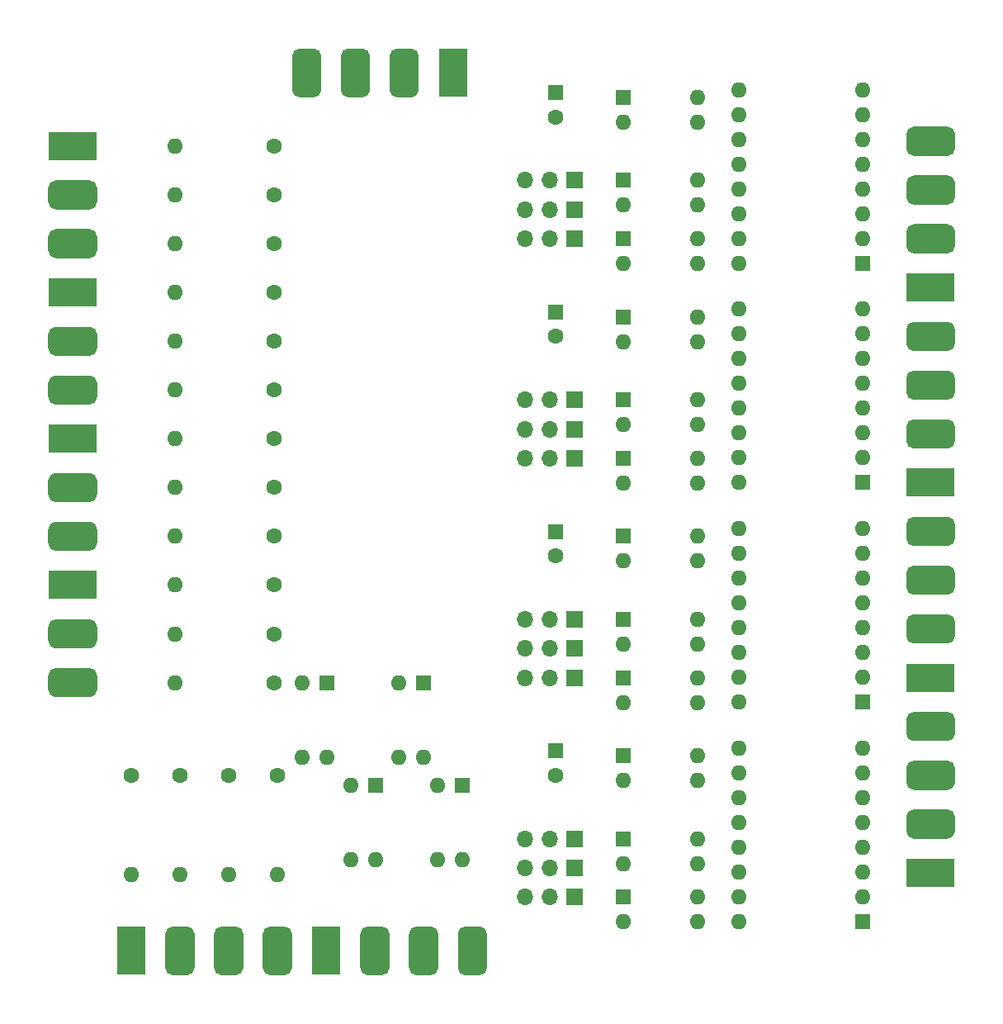
<source format=gbr>
%TF.GenerationSoftware,KiCad,Pcbnew,(5.1.9)-1*%
%TF.CreationDate,2021-08-01T10:14:43-03:00*%
%TF.ProjectId,BTIBR-PCB,42544942-522d-4504-9342-2e6b69636164,rev?*%
%TF.SameCoordinates,Original*%
%TF.FileFunction,Soldermask,Top*%
%TF.FilePolarity,Negative*%
%FSLAX46Y46*%
G04 Gerber Fmt 4.6, Leading zero omitted, Abs format (unit mm)*
G04 Created by KiCad (PCBNEW (5.1.9)-1) date 2021-08-01 10:14:43*
%MOMM*%
%LPD*%
G01*
G04 APERTURE LIST*
%ADD10C,1.600000*%
%ADD11R,1.600000X1.600000*%
%ADD12O,1.700000X1.700000*%
%ADD13R,1.700000X1.700000*%
%ADD14R,5.000000X3.000000*%
%ADD15O,1.600000X1.600000*%
%ADD16R,3.000000X5.000000*%
G04 APERTURE END LIST*
D10*
%TO.C,C1*%
X154500000Y-59500000D03*
D11*
X154500000Y-57000000D03*
%TD*%
D10*
%TO.C,C2*%
X154500000Y-127000000D03*
D11*
X154500000Y-124500000D03*
%TD*%
%TO.C,C3*%
X154500000Y-79500000D03*
D10*
X154500000Y-82000000D03*
%TD*%
D11*
%TO.C,C4*%
X154500000Y-102000000D03*
D10*
X154500000Y-104500000D03*
%TD*%
D12*
%TO.C,J3*%
X151420000Y-66000000D03*
X153960000Y-66000000D03*
D13*
X156500000Y-66000000D03*
%TD*%
D12*
%TO.C,J4*%
X151420000Y-88500000D03*
X153960000Y-88500000D03*
D13*
X156500000Y-88500000D03*
%TD*%
D14*
%TO.C,J6*%
X193000000Y-77000000D03*
G36*
G01*
X194750000Y-73500000D02*
X191250000Y-73500000D01*
G75*
G02*
X190500000Y-72750000I0J750000D01*
G01*
X190500000Y-71250000D01*
G75*
G02*
X191250000Y-70500000I750000J0D01*
G01*
X194750000Y-70500000D01*
G75*
G02*
X195500000Y-71250000I0J-750000D01*
G01*
X195500000Y-72750000D01*
G75*
G02*
X194750000Y-73500000I-750000J0D01*
G01*
G37*
G36*
G01*
X194750000Y-68500000D02*
X191250000Y-68500000D01*
G75*
G02*
X190500000Y-67750000I0J750000D01*
G01*
X190500000Y-66250000D01*
G75*
G02*
X191250000Y-65500000I750000J0D01*
G01*
X194750000Y-65500000D01*
G75*
G02*
X195500000Y-66250000I0J-750000D01*
G01*
X195500000Y-67750000D01*
G75*
G02*
X194750000Y-68500000I-750000J0D01*
G01*
G37*
G36*
G01*
X194750000Y-63500000D02*
X191250000Y-63500000D01*
G75*
G02*
X190500000Y-62750000I0J750000D01*
G01*
X190500000Y-61250000D01*
G75*
G02*
X191250000Y-60500000I750000J0D01*
G01*
X194750000Y-60500000D01*
G75*
G02*
X195500000Y-61250000I0J-750000D01*
G01*
X195500000Y-62750000D01*
G75*
G02*
X194750000Y-63500000I-750000J0D01*
G01*
G37*
%TD*%
%TO.C,J7*%
G36*
G01*
X194750000Y-83500000D02*
X191250000Y-83500000D01*
G75*
G02*
X190500000Y-82750000I0J750000D01*
G01*
X190500000Y-81250000D01*
G75*
G02*
X191250000Y-80500000I750000J0D01*
G01*
X194750000Y-80500000D01*
G75*
G02*
X195500000Y-81250000I0J-750000D01*
G01*
X195500000Y-82750000D01*
G75*
G02*
X194750000Y-83500000I-750000J0D01*
G01*
G37*
G36*
G01*
X194750000Y-88500000D02*
X191250000Y-88500000D01*
G75*
G02*
X190500000Y-87750000I0J750000D01*
G01*
X190500000Y-86250000D01*
G75*
G02*
X191250000Y-85500000I750000J0D01*
G01*
X194750000Y-85500000D01*
G75*
G02*
X195500000Y-86250000I0J-750000D01*
G01*
X195500000Y-87750000D01*
G75*
G02*
X194750000Y-88500000I-750000J0D01*
G01*
G37*
G36*
G01*
X194750000Y-93500000D02*
X191250000Y-93500000D01*
G75*
G02*
X190500000Y-92750000I0J750000D01*
G01*
X190500000Y-91250000D01*
G75*
G02*
X191250000Y-90500000I750000J0D01*
G01*
X194750000Y-90500000D01*
G75*
G02*
X195500000Y-91250000I0J-750000D01*
G01*
X195500000Y-92750000D01*
G75*
G02*
X194750000Y-93500000I-750000J0D01*
G01*
G37*
X193000000Y-97000000D03*
%TD*%
D13*
%TO.C,J8*%
X156500000Y-69000000D03*
D12*
X153960000Y-69000000D03*
X151420000Y-69000000D03*
%TD*%
D13*
%TO.C,J9*%
X156500000Y-91500000D03*
D12*
X153960000Y-91500000D03*
X151420000Y-91500000D03*
%TD*%
%TO.C,J10*%
X151420000Y-72000000D03*
X153960000Y-72000000D03*
D13*
X156500000Y-72000000D03*
%TD*%
D12*
%TO.C,J11*%
X151420000Y-94500000D03*
X153960000Y-94500000D03*
D13*
X156500000Y-94500000D03*
%TD*%
%TO.C,J12*%
G36*
G01*
X103250000Y-71000000D02*
X106750000Y-71000000D01*
G75*
G02*
X107500000Y-71750000I0J-750000D01*
G01*
X107500000Y-73250000D01*
G75*
G02*
X106750000Y-74000000I-750000J0D01*
G01*
X103250000Y-74000000D01*
G75*
G02*
X102500000Y-73250000I0J750000D01*
G01*
X102500000Y-71750000D01*
G75*
G02*
X103250000Y-71000000I750000J0D01*
G01*
G37*
G36*
G01*
X103250000Y-66000000D02*
X106750000Y-66000000D01*
G75*
G02*
X107500000Y-66750000I0J-750000D01*
G01*
X107500000Y-68250000D01*
G75*
G02*
X106750000Y-69000000I-750000J0D01*
G01*
X103250000Y-69000000D01*
G75*
G02*
X102500000Y-68250000I0J750000D01*
G01*
X102500000Y-66750000D01*
G75*
G02*
X103250000Y-66000000I750000J0D01*
G01*
G37*
D14*
X105000000Y-62500000D03*
%TD*%
%TO.C,J13*%
G36*
G01*
X103250000Y-86000000D02*
X106750000Y-86000000D01*
G75*
G02*
X107500000Y-86750000I0J-750000D01*
G01*
X107500000Y-88250000D01*
G75*
G02*
X106750000Y-89000000I-750000J0D01*
G01*
X103250000Y-89000000D01*
G75*
G02*
X102500000Y-88250000I0J750000D01*
G01*
X102500000Y-86750000D01*
G75*
G02*
X103250000Y-86000000I750000J0D01*
G01*
G37*
G36*
G01*
X103250000Y-81000000D02*
X106750000Y-81000000D01*
G75*
G02*
X107500000Y-81750000I0J-750000D01*
G01*
X107500000Y-83250000D01*
G75*
G02*
X106750000Y-84000000I-750000J0D01*
G01*
X103250000Y-84000000D01*
G75*
G02*
X102500000Y-83250000I0J750000D01*
G01*
X102500000Y-81750000D01*
G75*
G02*
X103250000Y-81000000I750000J0D01*
G01*
G37*
X105000000Y-77500000D03*
%TD*%
D13*
%TO.C,J14*%
X156500000Y-111000000D03*
D12*
X153960000Y-111000000D03*
X151420000Y-111000000D03*
%TD*%
D13*
%TO.C,J15*%
X156500000Y-133500000D03*
D12*
X153960000Y-133500000D03*
X151420000Y-133500000D03*
%TD*%
D14*
%TO.C,J16*%
X193000000Y-117000000D03*
G36*
G01*
X194750000Y-113500000D02*
X191250000Y-113500000D01*
G75*
G02*
X190500000Y-112750000I0J750000D01*
G01*
X190500000Y-111250000D01*
G75*
G02*
X191250000Y-110500000I750000J0D01*
G01*
X194750000Y-110500000D01*
G75*
G02*
X195500000Y-111250000I0J-750000D01*
G01*
X195500000Y-112750000D01*
G75*
G02*
X194750000Y-113500000I-750000J0D01*
G01*
G37*
G36*
G01*
X194750000Y-108500000D02*
X191250000Y-108500000D01*
G75*
G02*
X190500000Y-107750000I0J750000D01*
G01*
X190500000Y-106250000D01*
G75*
G02*
X191250000Y-105500000I750000J0D01*
G01*
X194750000Y-105500000D01*
G75*
G02*
X195500000Y-106250000I0J-750000D01*
G01*
X195500000Y-107750000D01*
G75*
G02*
X194750000Y-108500000I-750000J0D01*
G01*
G37*
G36*
G01*
X194750000Y-103500000D02*
X191250000Y-103500000D01*
G75*
G02*
X190500000Y-102750000I0J750000D01*
G01*
X190500000Y-101250000D01*
G75*
G02*
X191250000Y-100500000I750000J0D01*
G01*
X194750000Y-100500000D01*
G75*
G02*
X195500000Y-101250000I0J-750000D01*
G01*
X195500000Y-102750000D01*
G75*
G02*
X194750000Y-103500000I-750000J0D01*
G01*
G37*
%TD*%
%TO.C,J17*%
G36*
G01*
X194750000Y-123500000D02*
X191250000Y-123500000D01*
G75*
G02*
X190500000Y-122750000I0J750000D01*
G01*
X190500000Y-121250000D01*
G75*
G02*
X191250000Y-120500000I750000J0D01*
G01*
X194750000Y-120500000D01*
G75*
G02*
X195500000Y-121250000I0J-750000D01*
G01*
X195500000Y-122750000D01*
G75*
G02*
X194750000Y-123500000I-750000J0D01*
G01*
G37*
G36*
G01*
X194750000Y-128500000D02*
X191250000Y-128500000D01*
G75*
G02*
X190500000Y-127750000I0J750000D01*
G01*
X190500000Y-126250000D01*
G75*
G02*
X191250000Y-125500000I750000J0D01*
G01*
X194750000Y-125500000D01*
G75*
G02*
X195500000Y-126250000I0J-750000D01*
G01*
X195500000Y-127750000D01*
G75*
G02*
X194750000Y-128500000I-750000J0D01*
G01*
G37*
G36*
G01*
X194750000Y-133500000D02*
X191250000Y-133500000D01*
G75*
G02*
X190500000Y-132750000I0J750000D01*
G01*
X190500000Y-131250000D01*
G75*
G02*
X191250000Y-130500000I750000J0D01*
G01*
X194750000Y-130500000D01*
G75*
G02*
X195500000Y-131250000I0J-750000D01*
G01*
X195500000Y-132750000D01*
G75*
G02*
X194750000Y-133500000I-750000J0D01*
G01*
G37*
X193000000Y-137000000D03*
%TD*%
D12*
%TO.C,J18*%
X151420000Y-114000000D03*
X153960000Y-114000000D03*
D13*
X156500000Y-114000000D03*
%TD*%
D12*
%TO.C,J19*%
X151420000Y-136500000D03*
X153960000Y-136500000D03*
D13*
X156500000Y-136500000D03*
%TD*%
%TO.C,J20*%
X156500000Y-117000000D03*
D12*
X153960000Y-117000000D03*
X151420000Y-117000000D03*
%TD*%
D13*
%TO.C,J21*%
X156500000Y-139500000D03*
D12*
X153960000Y-139500000D03*
X151420000Y-139500000D03*
%TD*%
D14*
%TO.C,J22*%
X105000000Y-92500000D03*
G36*
G01*
X103250000Y-96000000D02*
X106750000Y-96000000D01*
G75*
G02*
X107500000Y-96750000I0J-750000D01*
G01*
X107500000Y-98250000D01*
G75*
G02*
X106750000Y-99000000I-750000J0D01*
G01*
X103250000Y-99000000D01*
G75*
G02*
X102500000Y-98250000I0J750000D01*
G01*
X102500000Y-96750000D01*
G75*
G02*
X103250000Y-96000000I750000J0D01*
G01*
G37*
G36*
G01*
X103250000Y-101000000D02*
X106750000Y-101000000D01*
G75*
G02*
X107500000Y-101750000I0J-750000D01*
G01*
X107500000Y-103250000D01*
G75*
G02*
X106750000Y-104000000I-750000J0D01*
G01*
X103250000Y-104000000D01*
G75*
G02*
X102500000Y-103250000I0J750000D01*
G01*
X102500000Y-101750000D01*
G75*
G02*
X103250000Y-101000000I750000J0D01*
G01*
G37*
%TD*%
%TO.C,J23*%
G36*
G01*
X103250000Y-116000000D02*
X106750000Y-116000000D01*
G75*
G02*
X107500000Y-116750000I0J-750000D01*
G01*
X107500000Y-118250000D01*
G75*
G02*
X106750000Y-119000000I-750000J0D01*
G01*
X103250000Y-119000000D01*
G75*
G02*
X102500000Y-118250000I0J750000D01*
G01*
X102500000Y-116750000D01*
G75*
G02*
X103250000Y-116000000I750000J0D01*
G01*
G37*
G36*
G01*
X103250000Y-111000000D02*
X106750000Y-111000000D01*
G75*
G02*
X107500000Y-111750000I0J-750000D01*
G01*
X107500000Y-113250000D01*
G75*
G02*
X106750000Y-114000000I-750000J0D01*
G01*
X103250000Y-114000000D01*
G75*
G02*
X102500000Y-113250000I0J750000D01*
G01*
X102500000Y-111750000D01*
G75*
G02*
X103250000Y-111000000I750000J0D01*
G01*
G37*
X105000000Y-107500000D03*
%TD*%
D11*
%TO.C,U1*%
X131040000Y-117500000D03*
D15*
X128500000Y-125120000D03*
X128500000Y-117500000D03*
X131040000Y-125120000D03*
%TD*%
%TO.C,U2*%
X136040000Y-135620000D03*
X133500000Y-128000000D03*
X133500000Y-135620000D03*
D11*
X136040000Y-128000000D03*
%TD*%
D15*
%TO.C,U3*%
X173300000Y-74500000D03*
X186000000Y-56720000D03*
X173300000Y-71960000D03*
X186000000Y-59260000D03*
X173300000Y-69420000D03*
X186000000Y-61800000D03*
X173300000Y-66880000D03*
X186000000Y-64340000D03*
X173300000Y-64340000D03*
X186000000Y-66880000D03*
X173300000Y-61800000D03*
X186000000Y-69420000D03*
X173300000Y-59260000D03*
X186000000Y-71960000D03*
X173300000Y-56720000D03*
D11*
X186000000Y-74500000D03*
%TD*%
%TO.C,U4*%
X186000000Y-97000000D03*
D15*
X173300000Y-79220000D03*
X186000000Y-94460000D03*
X173300000Y-81760000D03*
X186000000Y-91920000D03*
X173300000Y-84300000D03*
X186000000Y-89380000D03*
X173300000Y-86840000D03*
X186000000Y-86840000D03*
X173300000Y-89380000D03*
X186000000Y-84300000D03*
X173300000Y-91920000D03*
X186000000Y-81760000D03*
X173300000Y-94460000D03*
X186000000Y-79220000D03*
X173300000Y-97000000D03*
%TD*%
%TO.C,U5*%
X141000000Y-125120000D03*
X138460000Y-117500000D03*
X138460000Y-125120000D03*
D11*
X141000000Y-117500000D03*
%TD*%
%TO.C,U6*%
X145000000Y-128000000D03*
D15*
X142460000Y-135620000D03*
X142460000Y-128000000D03*
X145000000Y-135620000D03*
%TD*%
D11*
%TO.C,U7*%
X161500000Y-57500000D03*
D15*
X169120000Y-60040000D03*
X161500000Y-60040000D03*
X169120000Y-57500000D03*
%TD*%
D11*
%TO.C,U8*%
X161500000Y-80000000D03*
D15*
X169120000Y-82540000D03*
X161500000Y-82540000D03*
X169120000Y-80000000D03*
%TD*%
%TO.C,U9*%
X169120000Y-66000000D03*
X161500000Y-68540000D03*
X169120000Y-68540000D03*
D11*
X161500000Y-66000000D03*
%TD*%
D15*
%TO.C,U10*%
X169120000Y-88500000D03*
X161500000Y-91040000D03*
X169120000Y-91040000D03*
D11*
X161500000Y-88500000D03*
%TD*%
D15*
%TO.C,U11*%
X173300000Y-119500000D03*
X186000000Y-101720000D03*
X173300000Y-116960000D03*
X186000000Y-104260000D03*
X173300000Y-114420000D03*
X186000000Y-106800000D03*
X173300000Y-111880000D03*
X186000000Y-109340000D03*
X173300000Y-109340000D03*
X186000000Y-111880000D03*
X173300000Y-106800000D03*
X186000000Y-114420000D03*
X173300000Y-104260000D03*
X186000000Y-116960000D03*
X173300000Y-101720000D03*
D11*
X186000000Y-119500000D03*
%TD*%
%TO.C,U12*%
X186000000Y-142000000D03*
D15*
X173300000Y-124220000D03*
X186000000Y-139460000D03*
X173300000Y-126760000D03*
X186000000Y-136920000D03*
X173300000Y-129300000D03*
X186000000Y-134380000D03*
X173300000Y-131840000D03*
X186000000Y-131840000D03*
X173300000Y-134380000D03*
X186000000Y-129300000D03*
X173300000Y-136920000D03*
X186000000Y-126760000D03*
X173300000Y-139460000D03*
X186000000Y-124220000D03*
X173300000Y-142000000D03*
%TD*%
D11*
%TO.C,U13*%
X161500000Y-72000000D03*
D15*
X169120000Y-74540000D03*
X161500000Y-74540000D03*
X169120000Y-72000000D03*
%TD*%
%TO.C,U14*%
X169120000Y-94500000D03*
X161500000Y-97040000D03*
X169120000Y-97040000D03*
D11*
X161500000Y-94500000D03*
%TD*%
D15*
%TO.C,U15*%
X169120000Y-102500000D03*
X161500000Y-105040000D03*
X169120000Y-105040000D03*
D11*
X161500000Y-102500000D03*
%TD*%
D15*
%TO.C,U16*%
X169120000Y-125000000D03*
X161500000Y-127540000D03*
X169120000Y-127540000D03*
D11*
X161500000Y-125000000D03*
%TD*%
%TO.C,U17*%
X161500000Y-111000000D03*
D15*
X169120000Y-113540000D03*
X161500000Y-113540000D03*
X169120000Y-111000000D03*
%TD*%
D11*
%TO.C,U18*%
X161500000Y-133500000D03*
D15*
X169120000Y-136040000D03*
X161500000Y-136040000D03*
X169120000Y-133500000D03*
%TD*%
D11*
%TO.C,U19*%
X161500000Y-117000000D03*
D15*
X169120000Y-119540000D03*
X161500000Y-119540000D03*
X169120000Y-117000000D03*
%TD*%
%TO.C,U20*%
X169120000Y-139500000D03*
X161500000Y-142040000D03*
X169120000Y-142040000D03*
D11*
X161500000Y-139500000D03*
%TD*%
D10*
%TO.C,R1*%
X111000000Y-127000000D03*
D15*
X111000000Y-137160000D03*
%TD*%
D10*
%TO.C,R2*%
X116000000Y-127000000D03*
D15*
X116000000Y-137160000D03*
%TD*%
%TO.C,R3*%
X121000000Y-137160000D03*
D10*
X121000000Y-127000000D03*
%TD*%
%TO.C,R4*%
X126000000Y-127000000D03*
D15*
X126000000Y-137160000D03*
%TD*%
D10*
%TO.C,R5*%
X125660000Y-62500000D03*
D15*
X115500000Y-62500000D03*
%TD*%
%TO.C,R6*%
X115500000Y-77500000D03*
D10*
X125660000Y-77500000D03*
%TD*%
D15*
%TO.C,R7*%
X115500000Y-67500000D03*
D10*
X125660000Y-67500000D03*
%TD*%
%TO.C,R8*%
X125660000Y-82500000D03*
D15*
X115500000Y-82500000D03*
%TD*%
%TO.C,R9*%
X115500000Y-72500000D03*
D10*
X125660000Y-72500000D03*
%TD*%
%TO.C,R10*%
X125660000Y-87500000D03*
D15*
X115500000Y-87500000D03*
%TD*%
D10*
%TO.C,R11*%
X125660000Y-92500000D03*
D15*
X115500000Y-92500000D03*
%TD*%
%TO.C,R12*%
X115500000Y-107500000D03*
D10*
X125660000Y-107500000D03*
%TD*%
D15*
%TO.C,R13*%
X115500000Y-97500000D03*
D10*
X125660000Y-97500000D03*
%TD*%
%TO.C,R14*%
X125660000Y-112500000D03*
D15*
X115500000Y-112500000D03*
%TD*%
%TO.C,R15*%
X115500000Y-102500000D03*
D10*
X125660000Y-102500000D03*
%TD*%
D15*
%TO.C,R16*%
X115500000Y-117500000D03*
D10*
X125660000Y-117500000D03*
%TD*%
D16*
%TO.C,J1*%
X144000000Y-55000000D03*
G36*
G01*
X140500000Y-53250000D02*
X140500000Y-56750000D01*
G75*
G02*
X139750000Y-57500000I-750000J0D01*
G01*
X138250000Y-57500000D01*
G75*
G02*
X137500000Y-56750000I0J750000D01*
G01*
X137500000Y-53250000D01*
G75*
G02*
X138250000Y-52500000I750000J0D01*
G01*
X139750000Y-52500000D01*
G75*
G02*
X140500000Y-53250000I0J-750000D01*
G01*
G37*
G36*
G01*
X135500000Y-53250000D02*
X135500000Y-56750000D01*
G75*
G02*
X134750000Y-57500000I-750000J0D01*
G01*
X133250000Y-57500000D01*
G75*
G02*
X132500000Y-56750000I0J750000D01*
G01*
X132500000Y-53250000D01*
G75*
G02*
X133250000Y-52500000I750000J0D01*
G01*
X134750000Y-52500000D01*
G75*
G02*
X135500000Y-53250000I0J-750000D01*
G01*
G37*
G36*
G01*
X130500000Y-53250000D02*
X130500000Y-56750000D01*
G75*
G02*
X129750000Y-57500000I-750000J0D01*
G01*
X128250000Y-57500000D01*
G75*
G02*
X127500000Y-56750000I0J750000D01*
G01*
X127500000Y-53250000D01*
G75*
G02*
X128250000Y-52500000I750000J0D01*
G01*
X129750000Y-52500000D01*
G75*
G02*
X130500000Y-53250000I0J-750000D01*
G01*
G37*
%TD*%
%TO.C,J2*%
X111000000Y-145000000D03*
G36*
G01*
X114500000Y-146750000D02*
X114500000Y-143250000D01*
G75*
G02*
X115250000Y-142500000I750000J0D01*
G01*
X116750000Y-142500000D01*
G75*
G02*
X117500000Y-143250000I0J-750000D01*
G01*
X117500000Y-146750000D01*
G75*
G02*
X116750000Y-147500000I-750000J0D01*
G01*
X115250000Y-147500000D01*
G75*
G02*
X114500000Y-146750000I0J750000D01*
G01*
G37*
G36*
G01*
X119500000Y-146750000D02*
X119500000Y-143250000D01*
G75*
G02*
X120250000Y-142500000I750000J0D01*
G01*
X121750000Y-142500000D01*
G75*
G02*
X122500000Y-143250000I0J-750000D01*
G01*
X122500000Y-146750000D01*
G75*
G02*
X121750000Y-147500000I-750000J0D01*
G01*
X120250000Y-147500000D01*
G75*
G02*
X119500000Y-146750000I0J750000D01*
G01*
G37*
G36*
G01*
X124500000Y-146750000D02*
X124500000Y-143250000D01*
G75*
G02*
X125250000Y-142500000I750000J0D01*
G01*
X126750000Y-142500000D01*
G75*
G02*
X127500000Y-143250000I0J-750000D01*
G01*
X127500000Y-146750000D01*
G75*
G02*
X126750000Y-147500000I-750000J0D01*
G01*
X125250000Y-147500000D01*
G75*
G02*
X124500000Y-146750000I0J750000D01*
G01*
G37*
%TD*%
%TO.C,J5*%
G36*
G01*
X144500000Y-146750000D02*
X144500000Y-143250000D01*
G75*
G02*
X145250000Y-142500000I750000J0D01*
G01*
X146750000Y-142500000D01*
G75*
G02*
X147500000Y-143250000I0J-750000D01*
G01*
X147500000Y-146750000D01*
G75*
G02*
X146750000Y-147500000I-750000J0D01*
G01*
X145250000Y-147500000D01*
G75*
G02*
X144500000Y-146750000I0J750000D01*
G01*
G37*
G36*
G01*
X139500000Y-146750000D02*
X139500000Y-143250000D01*
G75*
G02*
X140250000Y-142500000I750000J0D01*
G01*
X141750000Y-142500000D01*
G75*
G02*
X142500000Y-143250000I0J-750000D01*
G01*
X142500000Y-146750000D01*
G75*
G02*
X141750000Y-147500000I-750000J0D01*
G01*
X140250000Y-147500000D01*
G75*
G02*
X139500000Y-146750000I0J750000D01*
G01*
G37*
G36*
G01*
X134500000Y-146750000D02*
X134500000Y-143250000D01*
G75*
G02*
X135250000Y-142500000I750000J0D01*
G01*
X136750000Y-142500000D01*
G75*
G02*
X137500000Y-143250000I0J-750000D01*
G01*
X137500000Y-146750000D01*
G75*
G02*
X136750000Y-147500000I-750000J0D01*
G01*
X135250000Y-147500000D01*
G75*
G02*
X134500000Y-146750000I0J750000D01*
G01*
G37*
X131000000Y-145000000D03*
%TD*%
M02*

</source>
